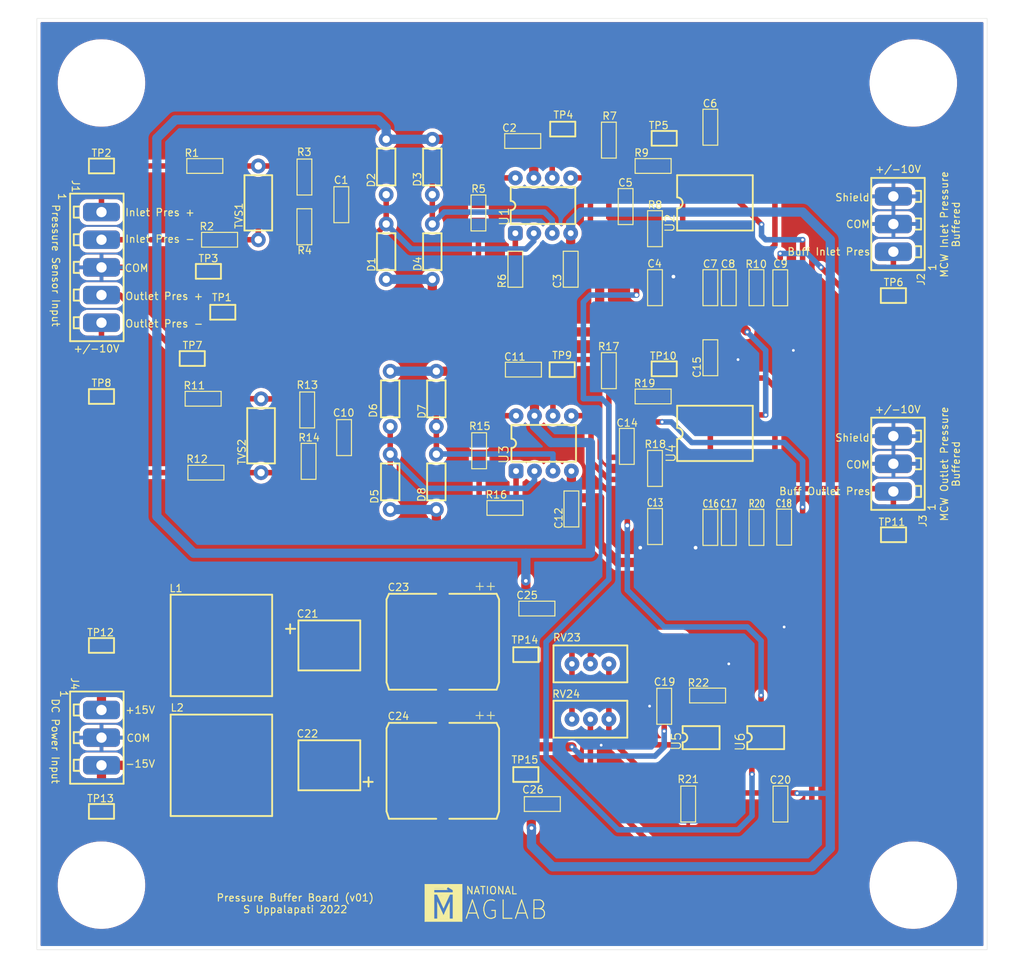
<source format=kicad_pcb>
(kicad_pcb (version 20211014) (generator pcbnew)

  (general
    (thickness 1.6)
  )

  (paper "A4")
  (title_block
    (title "Pressure Buffer Board")
    (date "10-11-2021")
    (rev "v01")
    (company "NHMFL")
    (comment 1 "Author: Sujana Uppalapati")
  )

  (layers
    (0 "F.Cu" signal)
    (31 "B.Cu" signal)
    (32 "B.Adhes" user "B.Adhesive")
    (33 "F.Adhes" user "F.Adhesive")
    (34 "B.Paste" user)
    (35 "F.Paste" user)
    (36 "B.SilkS" user "B.Silkscreen")
    (37 "F.SilkS" user "F.Silkscreen")
    (38 "B.Mask" user)
    (39 "F.Mask" user)
    (40 "Dwgs.User" user "User.Drawings")
    (41 "Cmts.User" user "User.Comments")
    (42 "Eco1.User" user "User.Eco1")
    (43 "Eco2.User" user "User.Eco2")
    (44 "Edge.Cuts" user)
    (45 "Margin" user)
    (46 "B.CrtYd" user "B.Courtyard")
    (47 "F.CrtYd" user "F.Courtyard")
    (48 "B.Fab" user)
    (49 "F.Fab" user)
  )

  (setup
    (pad_to_mask_clearance 0.0508)
    (solder_mask_min_width 0.1016)
    (pcbplotparams
      (layerselection 0x00010f0_ffffffff)
      (disableapertmacros false)
      (usegerberextensions true)
      (usegerberattributes true)
      (usegerberadvancedattributes true)
      (creategerberjobfile true)
      (svguseinch false)
      (svgprecision 6)
      (excludeedgelayer true)
      (plotframeref false)
      (viasonmask false)
      (mode 1)
      (useauxorigin false)
      (hpglpennumber 1)
      (hpglpenspeed 20)
      (hpglpendiameter 15.000000)
      (dxfpolygonmode true)
      (dxfimperialunits true)
      (dxfusepcbnewfont true)
      (psnegative false)
      (psa4output false)
      (plotreference true)
      (plotvalue false)
      (plotinvisibletext false)
      (sketchpadsonfab false)
      (subtractmaskfromsilk false)
      (outputformat 1)
      (mirror false)
      (drillshape 0)
      (scaleselection 1)
      (outputdirectory "Gerbers/")
    )
  )

  (net 0 "")
  (net 1 "Net-(C1-Pad1)")
  (net 2 "Net-(C1-Pad2)")
  (net 3 "GND")
  (net 4 "+15V")
  (net 5 "-15V")
  (net 6 "Net-(C4-Pad1)")
  (net 7 "Net-(C5-Pad2)")
  (net 8 "Net-(C5-Pad1)")
  (net 9 "Net-(C8-Pad1)")
  (net 10 "Net-(C9-Pad2)")
  (net 11 "Net-(C9-Pad1)")
  (net 12 "Net-(C14-Pad2)")
  (net 13 "Net-(C14-Pad1)")
  (net 14 "Net-(C17-Pad1)")
  (net 15 "Net-(C18-Pad2)")
  (net 16 "Net-(C18-Pad1)")
  (net 17 "Net-(C10-Pad1)")
  (net 18 "Net-(C10-Pad2)")
  (net 19 "Net-(C13-Pad1)")
  (net 20 "Net-(J1-Pad5)")
  (net 21 "Net-(J1-Pad4)")
  (net 22 "Net-(J1-Pad2)")
  (net 23 "Net-(J1-Pad1)")
  (net 24 "Net-(R5-Pad2)")
  (net 25 "Net-(R5-Pad1)")
  (net 26 "Net-(R6-Pad1)")
  (net 27 "Net-(R7-Pad2)")
  (net 28 "Net-(J4-Pad1)")
  (net 29 "Net-(R16-Pad1)")
  (net 30 "Net-(J4-Pad3)")
  (net 31 "Net-(R15-Pad1)")
  (net 32 "Net-(R15-Pad2)")
  (net 33 "Net-(R17-Pad2)")
  (net 34 "Net-(R21-Pad1)")
  (net 35 "/Offset1")
  (net 36 "/Offset2")
  (net 37 "/Ref1")
  (net 38 "/Ref2")
  (net 39 "Net-(R22-Pad2)")
  (net 40 "unconnected-(U5-Pad6)")

  (footprint "KiCAD Library_SU:MCV_5Pin_1803455" (layer "F.Cu") (at 76.2 54.61 -90))

  (footprint "KiCAD Library_SU:TestPoint_RCW-0C_SMD" (layer "F.Cu") (at 76.2 80.01))

  (footprint "ap_Connector_Phoenix:MCV_3Pin_1803439" (layer "F.Cu") (at 76.2 123.19 -90))

  (footprint "KiCAD Library_SU:TestPoint_RCW-0C_SMD" (layer "F.Cu") (at 76.2 114.3))

  (footprint "KiCAD Library_SU:TestPoint_RCW-0C_SMD" (layer "F.Cu") (at 76.2 48.26))

  (footprint "KiCAD Library_SU:D_300" (layer "F.Cu") (at 115.3942 52.205576 90))

  (footprint "KiCAD Library_SU:D_300" (layer "F.Cu") (at 115.3942 63.874336 90))

  (footprint "ap_Resistor_SMD:R_1206" (layer "F.Cu") (at 133.1742 60.96 -90))

  (footprint "ap_Resistor_SMD:R_1206" (layer "F.Cu") (at 104.14 48.26 -90))

  (footprint "ap_Resistor_SMD:R_1206" (layer "F.Cu") (at 93.98 58.42 180))

  (footprint "ap_Cap_SMD:C_1206" (layer "F.Cu") (at 135.7142 44.824336 180))

  (footprint "KiCAD Library_SU:TestPoint_RCW-0C_SMD" (layer "F.Cu") (at 185.218502 66.110523))

  (footprint "KiCAD Library_SU:TestPoint_RCW-0C_SMD" (layer "F.Cu") (at 90.919333 62.77751))

  (footprint "KiCAD Library_SU:C_Electrolytic_SMD_EMVY101ARA101MKE0S" (layer "F.Cu") (at 123.19 109.22))

  (footprint "KiCAD Library_SU:C_Tant_3024" (layer "F.Cu") (at 104.648 114.3 90))

  (footprint "ap_Resistor_SMD:R_1206" (layer "F.Cu") (at 91.948 48.26 180))

  (footprint "KiCAD Library_SU:D_400" (layer "F.Cu") (at 97.79 48.26 -90))

  (footprint "ap_Resistor_SMD:R_1206" (layer "F.Cu") (at 104.132526 58.154278 90))

  (footprint "ap_Cap_SMD:C_1206" (layer "F.Cu") (at 109.22 52.07 -90))

  (footprint "ap_DIP_Thru:DIP08_Thru" (layer "F.Cu") (at 133.1742 57.524336))

  (footprint "ap_Resistor_SMD:R_1206" (layer "F.Cu") (at 128.0942 56.254336 90))

  (footprint "KiCAD Library_SU:D_300" (layer "F.Cu") (at 121.7442 63.874336 90))

  (footprint "KiCAD Library_SU:D_300" (layer "F.Cu") (at 121.7442 52.205576 90))

  (footprint "KiCAD Library_SU:TestPoint_RCW-0C_SMD" (layer "F.Cu") (at 139.7 43.18))

  (footprint "ap_Cap_SMD:C_1206" (layer "F.Cu") (at 140.7942 60.96 -90))

  (footprint "ap_Cap_SMD:C_1206" (layer "F.Cu") (at 152.4 63.5 -90))

  (footprint "ap_Cap_SMD:C_1206" (layer "F.Cu") (at 162.56 63.5 -90))

  (footprint "ap_Cap_SMD:C_1206" (layer "F.Cu") (at 169.642817 66.564876 90))

  (footprint "ap_Resistor_SMD:R_1206" (layer "F.Cu") (at 150.622 48.26))

  (footprint "ap_Resistor_SMD:R_1206" (layer "F.Cu") (at 166.37 63.5 -90))

  (footprint "ap_Resistor_SMD:R_1206" (layer "F.Cu") (at 152.4 58.42 90))

  (footprint "ap_Cap_SMD:C_1206" (layer "F.Cu") (at 160.02 63.5 -90))

  (footprint "ap_Cap_SMD:C_1206" (layer "F.Cu") (at 160.02 44.45 90))

  (footprint "KiCAD Library_SU:SOIC_W-16" (layer "F.Cu") (at 156.21 58.42))

  (footprint "ap_Cap_SMD:C_1206" (layer "F.Cu") (at 169.672 134.62 -90))

  (footprint "ap_Cap_SMD:C_1206" (layer "F.Cu") (at 148.356771 55.376393 90))

  (footprint "ap_Resistor_SMD:R_1206" (layer "F.Cu") (at 146.05 46.228 90))

  (footprint "ap_Cap_SMD:C_1206" (layer "F.Cu") (at 148.521758 88.40411 90))

  (footprint "KiCAD Library_SU:TestPoint_RCW-0C_SMD" (layer "F.Cu") (at 139.621027 76.309991))

  (footprint "ap_DIP_Thru:DIP08_Thru" (layer "F.Cu") (at 133.271027 90.279991))

  (footprint "ap_Cap_SMD:C_1206" (layer "F.Cu") (at 135.811027 76.309991 180))

  (footprint "KiCAD Library_SU:D_300" (layer "F.Cu") (at 122.298825 84.15142 90))

  (footprint "KiCAD Library_SU:D_300" (layer "F.Cu") (at 122.298825 95.58142 90))

  (footprint "KiCAD Library_SU:D_300" (layer "F.Cu") (at 115.948825 95.58142 90))

  (footprint "KiCAD Library_SU:D_300" (layer "F.Cu") (at 115.948825 84.15142 90))

  (footprint "ap_Resistor_SMD:R_1206" (layer "F.Cu") (at 128.191027 89.009991 90))

  (footprint "ap_Resistor_SMD:R_1206" (layer "F.Cu") (at 133.271027 95.359991 180))

  (footprint "ap_Cap_SMD:C_1206" (layer "F.Cu") (at 109.598825 84.15142 -90))

  (footprint "ap_Cap_SMD:C_1206" (layer "F.Cu") (at 140.891027 93.98 -90))

  (footprint "KiCAD Library_SU:D_400" (layer "F.Cu") (at 98.168825 80.34142 -90))

  (footprint "ap_Resistor_SMD:R_1206" (layer "F.Cu") (at 146.05 77.978 90))

  (footprint "KiCAD Library_SU:TestPoint_RCW-0C_SMD" (layer "F.Cu") (at 88.696187 74.780045))

  (footprint "ap_Resistor_SMD:R_1206" (layer "F.Cu") (at 91.722844 80.32267 180))

  (footprint "ap_Resistor_SMD:R_1206" (layer "F.Cu") (at 104.518825 80.34142 -90))

  (footprint "ap_Resistor_SMD:R_1206" (layer "F.Cu") (at 92.100256 90.50142 180))

  (footprint "ap_Resistor_SMD:R_1206" (layer "F.Cu") (at 104.71312 87.419085 -90))

  (footprint "ap_SOIC:SOIC-8" (layer "F.Cu") (at 156.845 129.8575))

  (footprint "ap_Cap_SMD:C_1206" (layer "F.Cu") (at 153.67 124.206 90))

  (footprint "ap_SOIC:SOIC-8" (layer "F.Cu") (at 165.735 129.8575))

  (footprint "ap_Resistor_SMD:R_1206" (layer "F.Cu") (at 156.972 134.62 -90))

  (footprint "ap_Resistor_SMD:R_1206" (layer "F.Cu") (at 161.163 121.199421 180))

  (footprint "KiCAD Library_SU:Bourns_3296W" (layer "F.Cu") (at 146.05 116.84 180))

  (footprint "KiCAD Library_SU:C_Electrolytic_SMD_EMVY101ARA101MKE0S" (layer "F.Cu") (at 123.19 127))

  (footprint "ap_Cap_SMD:C_1206" (layer "F.Cu") (at 138.415664 136.149177 180))

  (footprint "ap_Cap_SMD:C_1206" (layer "F.Cu") (at 134.62 109.22))

  (footprint "KiCAD Library_SU:TestPoint_RCW-0C_SMD" (layer "F.Cu") (at 76.2 137.16))

  (footprint "KiCAD Library_SU:TestPoint_RCW-0C_SMD" (layer "F.Cu") (at 134.62 132.08))

  (footprint "KiCAD Library_SU:TestPoint_RCW-0C_SMD" (layer "F.Cu") (at 134.62 115.57))

  (footprint "KiCAD Library_SU:220uH_HDS124-221MTR" (layer "F.Cu") (at 87.63 130.81 90))

  (footprint "KiCAD Library_SU:C_Tant_3024" (layer "F.Cu") (at 110.49 130.81 -90))

  (footprint "KiCAD Library_SU:Bourns_3296W" (layer "F.Cu") (at 146.05 124.46 180))

  (footprint "KiCAD Library_SU:TestPoint_RCW-0C_SMD" (layer "F.Cu") (at 153.67 44.45 180))

  (footprint "ap_Cap_SMD:C_1206" (layer "F.Cu") (at 152.407613 96.396645 -90))

  (footprint "ap_Cap_SMD:C_1206" (layer "F.Cu") (at 170.18 99.53149 90))

  (footprint "ap_Resistor_SMD:R_1206" (layer "F.Cu") (at 150.622 80.01))

  (footprint "ap_Resistor_SMD:R_1206" (layer "F.Cu") (at 152.4 91.44 90))

  (footprint "ap_Cap_SMD:C_1206" (layer "F.Cu") (at 162.56 96.52 -90))

  (footprint "ap_Cap_SMD:C_1206" (layer "F.Cu") (at 160.02 96.52 -90))

  (footprint "ap_Resistor_SMD:R_1206" (layer "F.Cu") (at 166.37 96.52 -90))

  (footprint "ap_Cap_SMD:C_1206" (layer "F.Cu") (at 160.02 76.2 90))

  (footprint "KiCAD Library_SU:TestPoint_RCW-0C_SMD" (layer "F.Cu") (at 185.238084 99.054319))

  (footprint "KiCAD Library_SU:TestPoint_RCW-0C_SMD" (layer "F.Cu") (at 153.67 76.2))

  (footprint "KiCAD Library_SU:SOIC_W-16" (layer "F.Cu") (at 156.21 90.17))

  (footprint "KiCAD Library_SU:220uH_HDS124-221MTR" (layer "F.Cu") (at 87.63 114.3 90))

  (footprint "ap_Connector_Phoenix:MCV_3Pin_1803439" (layer "F.Cu") (at 185.217386 93.088938 90))

  (footprint "ap_Connector_Phoenix:MCV_3Pin_1803439" (layer "F.Cu") (at 185.217386 60.068938 90))

  (footprint "KiCAD Library_SU:TestPoint_RCW-0C_SMD" (layer "F.Cu") (at 92.898905 68.409047))

  (footprint "ap_Pad_Hole:125_Hole_Iso" (layer "F.Cu") (at 187.96 147.32))

  (footprint "ap_Pad_Hole:125_Hole_Iso" (layer "F.Cu") (at 187.96 36.83))

  (footprint "ap_PCB_Misc:Maglab_Logo" (layer "F.Cu")
    (tedit 5F3FD4DC) (tstamp 8f21bc00-1448-43f5-a80c-a3d4e08ce7ff)
    (at 120.745 152.305)
    (property "Sheetfile" "Pressure buffer board.kicad_sch")
    (property "Sheetname" "")
    (path "/137dfbf7-b599-4488-8489-33cdbdac6848")
    (attr smd)
    (fp_text reference "M1" (at 2.057396 3.134364) (layer "F.SilkS") hide
      (effects (font (size 1 1) (thickness 0.15)))
      (tstamp 8316aca4-1483-4e3f-9177-2bf79ebac80b)
    )
    (fp_text value "MAGLAB_LOGO_1_2" (at 2.62382 1.36652) (layer "F.Fab") hide
      (effects (font (size 1 1) (thickness 0.15)))
      (tstamp 7b42e6e9-c4e2-4240-a767-33277e6a3853)
    )
    (fp_text user "NATIONAL" (at 9.144 -4.2545) (layer "F.SilkS")
      (effects (font (size 1.016 1.016) (thickness 0.15)))
      (tstamp 6335953c-b1d7-47a9-902c-6fe65bb1d225)
    )
    (fp_text user "AGLAB" (at 11.176 -1.5875) (layer "F.SilkS")
      (effects (font (size 2.54 2.54) (thickness 0.15)))
      (tstamp dc344f66-e288-41c9-8673-f4eca1ddfc7e)
    )
    (fp_line (start 3.37312 -2.56794) (end 3.37058 -2.56286) (layer "F.SilkS") (width 0.01016) (tstamp 024ffd07-2136-4098-93ab-d66557ff5887))
    (fp_line (start 3.29692 -3.68554) (end 1.88468 -3.66522) (layer "F.SilkS") (width 0.127) (tstamp 05c559ef-a9c8-4a98-a1de-51552dd51d77))
    (fp_line (start 3.3528 -4.8006) (end 3.81 -4.6482) (layer "F.SilkS") (width 0.12) (tstamp 07ba6cb9-0652-4d37-88fe-6f519c384e83))
    (fp_line (start 2.9718 -1.3716) (end 2.794 -0.8382) (layer "F.SilkS") (width 0.12) (tstamp 0a2d157f-833c-4c5f-97e9-87eb180cad22))
    (fp_line (start 3.3528 -2.49936) (end 3.35026 -2.4638) (layer "F.SilkS") (width 0.01016) (tstamp 0af16e30-183e-4d11-9541-51c04bed738c))
    (fp_line (start 2.794 -4.445) (end 2.794 -4.826) (layer "F.SilkS") (width 0.2032) (tstamp 0bec4f17-a8a0-432d-a6ff-35b28dcab29f))
    (fp_line (start 4.318 -0.381) (end 4.318 -4.7625) (layer "F.SilkS") (width 0.12) (tstamp 0c0fca6e-6df8-41a7-839d-8cde8304bf54))
    (fp_line (start 2.64414 -3.27406) (end 2.47396 -3.26644) (layer "F.SilkS") (width 0.127) (tstamp 0f75c0fd-f900-4c16-84e5-a632aca805d4))
    (fp_line (start 1.88468 -3.66522) (end 2.55524 -2.12852) (layer "F.SilkS") (width 0.127) (tstamp 0f96dda4-3b5e-4648-9a1c-69dda758062f))
    (fp_line (start 0.254 -0.254) (end 0.254 -4.953) (layer "F.SilkS") (width 0.12) (tstamp 10d7cc7a-93c6-4f24-9be8-4c1ca5101111))
    (fp_line (start 1.65862 -3.71856) (end 1.66878 -3.68808) (layer "F.SilkS") (width 0.0508) (tstamp 1156b708-1be0-4a5b-ba1b-16d7ecf0c977))
    (fp_line (start 3.0734 -1.7018) (end 2.667 -0.7874) (layer "F.SilkS") (width 0.12) (tstamp 149d5300-f0a2-4938-be54-ec48f326d373))
    (fp_line (start 0.254 -4.953) (end 0.381 -4.826) (layer "F.SilkS") (width 0.12) (tstamp 14b4997c-5eb6-4145-88a0-c06663e27009))
    (fp_line (start 4.8514 -0.3302) (end 4.826 -4.826) (layer "F.SilkS") (width 0.12) (tstamp 15058136-5bcb-41dd-b2cc-e4ca30a70b77))
    (fp_line (start 2.8448 -4.445) (end 2.8956 -4.3942) (layer "F.SilkS") (width 0.12) (tstamp 17a60db0-b93b-418d-b143-7aeadf8eeafc))
    (fp_line (start 3.42646 -3.72364) (end 3.37566 -3.69316) (layer "F.SilkS") (width 0.0508) (tstamp 17f31840-1bf5-41da-9e72-411ae98b6f32))
    (fp_line (start 0.762 -0.254) (end 0.762 -4.826) (layer "F.SilkS") (width 0.508) (tstamp 18711d3b-2891-4c7f-8d9b-7f0e0e79c825))
    (fp_line (start 3.31978 -2.46888) (end 3.3274 -2.46634) (layer "F.SilkS") (width 0.01016) (tstamp 1c82a946-4363-4da4-be89-47aae15b6fb7))
    (fp_line (start 1.7018 -2.1844) (end 1.7018 -2.5908) (layer "F.SilkS") (width 0.0508) (tstamp 1c946ab8-c538-461e-97b1-476dc609b003))
    (fp_line (start 1.7526 -2.413) (end 2.7178 -0.3556) (layer "F.SilkS") (width 0.12) (tstamp 1dcb5ece-9a30-43ad-a9ac-833251c970de))
    (fp_line (start 0.127 -4.953) (end 0.127 -0.127) (layer "F.SilkS") (width 0.254) (tstamp 248d4289-ceac-439c-bf28-7cf424a4f9bf))
    (fp_line (start 3.302 -2.1336) (end 3.3274 -2.3114) (layer "F.SilkS") (width 0.12) (tstamp 2898376b-4703-4adb-837a-fb12f0f19b06))
    (fp_line (start 4.953 -0.127) (end 4.953 -4.953) (layer "F.SilkS") (width 0.254) (tstamp 2b4a63a9-af0c-4fe6-87a4-9dfe188d1129))
    (fp_line (start 4.0005 -3.7465) (end 1.143 -3.7465) (layer "F.SilkS") (width 0.12) (tstamp 2b790091-c393-4a49-886d-9458db128376))
    (fp_line (start 1.27 -4.445) (end 2.794 -4.445) (layer "F.SilkS") (width 0.254) (tstamp 2bda5c7a-8774-4a12-80ea-1857b882b149))
    (fp_line (start 4.572 -0.381) (end 4.572 -4.826) (layer "F.SilkS") (width 0.508) (tstamp 2c26035e-91c9-4bcd-82d1-3839c9acebac))
    (fp_line (start 1.68148 -2.61366) (end 1.68148 -2.71526) (layer "F.SilkS") (width 0.01016) (tstamp 2c5ab928-9f33-43b7-a366-4a63eeb08d4c))
    (fp_line (start 1.8034 -2.1336) (end 1.7526 -2.286) (layer "F.SilkS") (width 0.12) (tstamp 2ca10168-3593-4242-ab00-798cec8a2cff))
    (fp_line (start 3.37566 -3.69316) (end 2.54254 -1.89738) (layer "F.SilkS") (width 0.0508) (tstamp 2d1694e4-ebcb-44b6-ada6-ec84d60eb035))
    (fp_line (start 3.38836 -2.63906) (end 3.38836 -2.55778) (layer "F.SilkS") (width 0.01016) (tstamp 2d8229c1-f97f-4a81-9360-5006980b05df))
    (fp_line (start 1.66878 -3.68808) (end 2.54254 -1.82118) (layer "F.SilkS") (width 0.0508) (tstamp 2d856d9d-dae8-4fc4-a925-3a4980e440e1))
    (fp_line (start 3.81 -4.572) (end 3.3528 -4.8006) (layer "F.SilkS") (width 0.12) (tstamp 31d22278-d05a-40dd-9515-4d5e152611ad))
    (fp_line (start 2.413 -0.7366) (end 2.1336 -0.8128) (layer "F.SilkS") (width 0.12) (tstamp 338e5f8f-c543-40d0-b43d-5d0c6b1cb552))
    (fp_line (start 2.55778 -2.34188) (end 3.03022 -3.53822) (layer "F.SilkS") (width 0.127) (tstamp 3405285f-a3d1-478b-ac02-2d6a66cb9620))
    (fp_line (start 1.905 -1.9558) (end 1.8796 -1.7526) (layer "F.SilkS") (width 0.12) (tstamp 341a8005-23f5-4b48-8057-71171f5678f5))
    (fp_line (start 0 -5.08) (end 0 0) (layer "F.SilkS") (width 0.12) (tstamp 35b7ff76-a68c-4893-9786-408ab8e29638))
    (fp_line (start 3.39852 -2.54) (end 3.39852 -2.71018) (layer "F.SilkS") (width 0.01016) (tstamp 376d338d-6d91-4ced-a772-ff7dc993eab5))
    (fp_line (start 3.1496 -4.8768) (end 3.8354 -4.445) (layer "F.SilkS") (width 0.12) (tstamp 37a4def7-8ab2-4aa0-8039-8e4759bccb92))
    (fp_line (start 2.8956 -1.016) (end 3.2258 -2.032) (layer "F.SilkS") (width 0.12) (tstamp 3826646f-c3c3-43de-b83d-c1a988965cd6))
    (fp_line (start 1.6891 -2.68732) (end 1.70688 -2.63906) (layer "F.SilkS") (width 0.01016) (tstamp 38461f1b-0cf4-41d6-a3da-4003d561f6a5))
    (fp_line (start 2.76352 -3.3655) (end 2.35204 -3.31978) (layer "F.SilkS") (width 0.127) (tstamp 3acc5158-6dce-49e8-ae8a-bf258b7f967c))
    (fp_line (start 4.064 -0.381) (end 4.064 -4.826) (layer "F.SilkS") (width 0.508) (tstamp 425951db-8615-4c1d-84cb-db05d765eb87))
    (fp_line (start 1.6891 -2.63652) (end 1.6891 -2.68732) (layer "F.SilkS") (width 0.01016) (tstamp 42e4782a-bdb8-43b5-b0df-080b8dbf8aa4))
    (fp_line (start 2.7432 -4.6228) (end 2.6416 -4.5466) (layer "F.SilkS") (width 0.12) (tstamp 43ad7c04-52f5-4295-8de9-3de23166c5b3))
    (fp_line (start 1.143 -4.826) (end 2.667 -4.826) (layer "F.SilkS") (width 0.12) (tstamp 471487bc-b7b6-42af-b282-efef2cda0a24))
    (fp_line (start 3.3274 -2.413) (end 2.3368 -0.2794) (layer "F.SilkS") (width 0.12) (tstamp 4f942df2-1253-4118-a50e-f938942ca691))
    (fp_line (start 3.81 -4.6482) (end 3.81 -4.7244) (layer "F.SilkS") (width 0.12) (tstamp 506840a3-5e1f-4bd7-af89-58044d809915))
    (fp_line (start 3.37058 -2.56286) (end 3.33756 -2.47142) (layer "F.SilkS") (width 0.01016) (tstamp 5715d369-96a8-4105-b78f-be1f513f04a3))
    (fp_line (start 2.7432 -1.1684) (end 3.3274 -2.413) (layer "F.SilkS") (width 0.12) (tstamp 5936b20e-b6c5-417c-9cc9-12f9af08ad28))
    (fp_line (start 4.953 -4.953) (end 0.127 -4.953) (layer "F.SilkS") (width 0.254) (tstamp 5ab684b2-b2c9-4454-a56f-66a930ee7898))
    (fp_line (start 2.47396 -3.26644) (end 2.55778 -3.1369) (layer "F.SilkS") (width 0.127) (tstamp 5b9bd10d-037c-4f84-888e-909562e2b90b))
    (fp_line (start 3.3274 -2.46634) (end 3.37566 -2.59588) (layer "F.SilkS") (width 0.01016) (tstamp 5c094da6-fae2-46fb-9ea0-816a2b11b08a))
    (fp_line (start 2.54254 -2.5527) (end 2.89052 -3.45694) (layer "F.SilkS") (width 0.127) (tstamp 5eb9e161-9b49-4344-94b3-95f6465e4857))
    (fp_line (start 2.1336 -0.8128) (end 2.1082 -1.27) (layer "F.SilkS") (width 0.12) (tstamp 60048c7a-6d40-4e08-9a40-1a6b5d11de94))
    (fp_line (start 2.35204 -3.31978) (end 2.53746 -2.97434) (layer "F.SilkS") (width 0.127) (tstamp 605ccda3-21d8-40ee-89cc-685fcf2df526))
    (fp_line (start 3.38836 -2.55778) (end 3.38074 -2.56032) (layer "F.SilkS") (width 0.01016) (tstamp 60ae1704-402a-4113-8ea7-8dd7e3f8804e))
    (fp_line (start 1.143 -0.381) (end 1.143 -4.826) (layer "F.SilkS") (width 0.254) (tstamp 61462e82-8a1f-4ac3-8c92-0f5288499dac))
    (fp_line (start 0.381 -0.254) (end 0.762 -0.254) (layer "F.SilkS") (width 0.12) (tstamp 63e3fec0-ce35-424f-8b55-62752774e49a))
    (fp_line (start 1.69164 -2.65938) (end 1.69672 -2.6416) (layer "F.SilkS") (width 0.01016) (tstamp 647c5548-ed8a-46b9-ab2d-e4e127013554))
    (fp_line (start 1.143 -3.8735) (end 3.937 -3.8735) (layer "F.SilkS") (width 0.12) (tstamp 65756a2d-d99f-425c-a10d-4d4f4e69895a))
    (fp_line (start 3.37566 -2.63144) (end 3.37312 -2.6035) (layer "F.SilkS") (width 0.01016) (tstamp 65f11d93-822b-43f9-b74e-89e14e9707fd))
    (fp_line (start 3.37312 -2.6035) (end 3.31978 -2.46888) (layer "F.SilkS") (width 0.01016) (tstamp 6695e525-8230-4799-8487-917963dbba1a))
    (fp_line (start 3.1242 -0.762) (end 3.1242 -0.8382) (layer "F.SilkS") (width 0.12) (tstamp 66d518e0-07c6-4ecb-b1cd-84f723ddb407))
    (fp_line (start 3.28422 -2.44094) (end 3.28676 -2.4511) (layer "F.SilkS") (width 0.01016) (tstamp 677717ca-bb1a-44d5-acc8-dd8f373d8de2))
    (fp_line (start 5.08 -5.08) (end 0 -5.08) (layer "F.SilkS") (width 0.12) (tstamp 67db840c-dd41-431b-b512-72d1d768f1b6))
    (fp_line (start 5.08 0) (end 5.08 -5.08) (layer "F.SilkS") (width 0.12) (tstamp 684af4bd-e425-4ba0-bb6b-09d4d69c0145))
    (fp_line (start 0.508 -0.381) (end 0.508 -4.826) (layer "F.SilkS") (width 0.12) (tstamp 69a3c5a1-2be1-458b-820e-bd73b8408a86))
    (fp_line (start 3.8354 -4.8006) (end 3.4036 -4.8006) (layer "F.SilkS") (width 0.12) (tstamp 6c582092-ddad-4fa2-bc25-00cf0ce858b1))
    (fp_line (start 3.03022 -3.53822) (end 2.1209 -3.46202) (layer "F.SilkS") (width 0.127) (tstamp 6efd5ee0-7441-466a-a380-b58318337035))
    (fp_line (start 1.8034 -2.3876) (end 1.7018 -2.6162) (layer "F.SilkS") (width 0.0508) (tstamp 6fba7462-81e7-4324-b7f2-df65e355871a))
    (fp_line (start 3.429 -4.826) (end 3.8354 -4.8006) (layer "F.SilkS") (width 0.12) (tstamp 74d06c4d-0d8d-4b7d-a11a-2167407d2c29))
    (fp_line (start 1.016 -0.1905) (end 1.016 -4.8895) (layer "F.SilkS") (width 0.12) (tstamp 74fc9f4e-d2ec-4c3a-a29e-c8a15ec3ed4f))
    (fp_line (start 2.9464 -4.8768) (end 3.1496 -4.8768) (layer "F.SilkS") (width 0.12) (tstamp 756bd2b4-6f05-475d-a513-ec62fd4707ba))
    (fp_line (start 3.937 -4.0005) (end 3.8735 -3.937) (layer "F.SilkS") (width 0.12) (tstamp 77c40325-1992-4a21-9daa-26db322f507f))
    (fp_line (start 3.29946 -2.45872) (end 3.31216 -2.47142) (layer "F.SilkS") (width 0.01016) (tstamp 791ebec8-527e-47bb-b84e-82f666185c25))
    (fp_line (start 1.2065 -3.81) (end 4.0005 -3.81) (layer "F.SilkS") (width 0.12) (tstamp 794e1051-9aa6-44b7-85f6-2bf2d26ffc31))
    (fp_line (start 3.8862 -4.318) (end 2.9464 -4.8768) (layer "F.SilkS") (width 0.12) (tstamp 7ca2d483-6063-4952-8ec6-bdac16055612))
    (fp_line (start 1.7272 -2.4638) (end 1.7272 -2.4892) (layer "F.SilkS") (width 0.0508) (tstamp 7d6f6867-709a-43f7-9989-8658306b5c97))
    (fp_line (start 3.38074 -2.6543) (end 3.38582 -2.66954) (layer "F.SilkS") (width 0.01016) (tstamp 7df1273a-9542-4c83-8e3b-513e91e46f92))
    (fp_line (start 2.5273 -2.76098) (end 2.76352 -3.3655) (layer "F.SilkS") (width 0.127) (tstamp 7ea77534-abbc-4a80-bdd3-0181087d8bed))
    (fp_line (start 3.3782 -2.159) (end 3.3782 -2.54) (layer "F.SilkS") (width 0.0508) (tstamp 823f0f39-32f7-460c-bf44-2d80a96e2232))
    (fp_line (start 2.54254 -1.89738) (end 1.71704 -3.70078) (layer "F.SilkS") (width 0.0508) (tstamp 84da1209-61a7-4d91-9f88-7ad348a3e153))
    (fp_line (start 3.302 -0.381) (end 3.302 -2.159) (layer "F.SilkS") (width 0.2032) (tstamp 88fb6ee2-9130-4a6e-ac74-17c04cb9b7f6))
    (fp_line (start 3.175 -0.3556) (end 3.175 -1.8288) (layer "F.SilkS") (width 0.2032) (tstamp 8b8b6907-e5bb-4a05-bc68-dea55f774fff))
    (fp_line (start 1.2065 -3.937) (end 1.2065 -3.81) (layer "F.SilkS") (width 0.12) (tstamp 8bbdd24d-89e5-453e-8d7f-1d84d64926e8))
    (fp_line (start 2.55524 -2.12852) (end 3.1623 -3.62458) (layer "F.SilkS") (width 0.127) (tstamp 8c508d1c-ebdb-44dd-8d5c-bbfc770d2fc9))
    (fp_line (start 3.0988 -0.508) (end 3.0988 -0.6858) (layer "F.SilkS") (width 0.12) (tstamp 8d1504f3-d37c-4912-ba0c-68796dc83c16))
    (fp_line (start 3.048 -0.7874) (end 3.0734 -1.7018) (layer "F.SilkS") (width 0.12) (tstamp 8e266a57-9c31-4922-be1a-b97b673a2895))
    (fp_line (start 3.0988 -0.6858) (end 2.0066 -0.6858) (layer "F.SilkS") (width 0.12) (tstamp 8f5988de-971b-4f99-b50c-d22b03c60ae6))
    (fp_line (start 1.68148 -2.71526) (end 1.75768 -2.53746) (layer "F.SilkS") (width 0.01016) (tstamp 8f75e4c5-9c5c-4386-8b57-81df4a53784e))
    (fp_line (start 2.89052 -3.45694) (end 2.2352 -3.37312) (layer "F.SilkS") (width 0.127) (tstamp 8f770b7e-54c5-402b-8b19-52c4f3a33de0))
    (fp_line (start 1.70688 -2.63906) (end 1.69164 -2.65938) (layer "F.SilkS") (width 0.01016) (tstamp 91af5e51-610f-4798-84d6-52cbdacf68fc))
    (fp_line (start 3.38074 -2.56032) (end 3.38074 -2.6543) (layer "F.SilkS") (width 0.01016) (tstamp 927a2091-cdfc-4ba5-9b07-145f603bdb53))
    (fp_line (start 3.39852 -2.71018) (end 3.38836 -2.63906) (layer "F.SilkS") (width 0.01016) (tstamp 93d2eb18-2159-4f15-b9a7-db15a1785c38))
    (fp_line (start 2.54254 -1.82118) (end 3.42646 -3.72364) (layer "F.SilkS") (width 0.0508) (tstamp 94d59280-2c61-460d-b38a-c7cf3bb23ff4))
    (fp_line (start 2.667 -0.7874) (end 2.9718 -0.8128) (layer "F.SilkS") (width 0.12) (tstamp 9797b8a6-78f6-4a18-8d2b-ecfe7065df59))
    (fp_line (start 2.286 -0.8128) (end 2.1844 -0.889) (layer "F.SilkS") (width 0.12) (tstamp 997d4c99-c033-438d-8d84-87c9598573d4))
    (fp_line (start 2.1082 -1.27) (end 2.286 -0.8128) (layer "F.SilkS") (width 0.12) (tstamp 9ce4a599-50fd-41f3-a2be-28d201e976e6))
    (fp_line (start 3.0988 -4.9022) (end 2.8956 -4.7244) (layer "F.SilkS") (width 0.12) (tstamp 9d857293-18b4-44dc-860f-fa1085e62e57))
    (fp_line (start 3.31216 -2.47142) (end 3.37566 -2.63144) (layer "F.SilkS") (width 0.01016) (tstamp a17bc365-0ef7-4aed-99bb-d671c23e579c))
    (fp_line (start 1.778 -0.381) (end 1.778 -2.159) (layer "F.SilkS") (width 0.2032) (tstamp a240c4e5-c171-43b6-9cc3-f439ad1fe915))
    (fp_line (start 0.381 -4.826) (end 0.381 -0.254) (layer "F.SilkS") (width 0.508) (tstamp a31a7ead-fc4c-4763-9501-6a03db296781))
    (fp_line (start 2.2352 -3.37312) (end 2.5273 -2.76098) (layer "F.SilkS") (width 0.127) (tstamp a66277c2-567f-4caf-b295-a872a6d7ee59))
    (fp_line (start 2.794 -0.8382) (end 2.8702 -0.8382) (layer "F.SilkS") (width 0.12) (tstamp a73da787-84fe-4f19-bf9f-be70f2f603a8))
    (fp_line (start 4.0005 -3.81) (end 4.0005 -3.7465) (layer "F.SilkS") (width 0.12) (tstamp acdc21b4-24bc-4527-b851-79d7015207ec))
    (fp_line (start 2.00914 -3.57124) (end 2.55778 -2.34188) (layer "F.SilkS") (width 0.127) (tstamp af1c3ac1-434b-490d-8233-c46de3537269))
    (fp_line (start 3.28676 -2.4511) (end 3.39852 -2.71018) (layer "F.SilkS") (width 0.01016) (tstamp b3bbcfb4-c0f1-4e4a-b192-ce33597aff84))
    (fp_line (start 1.76784 -3.7084) (end 2.55016 -1.98374) (layer "F.SilkS") (width 0.127) (tstamp b3f2a39b-78df-4476-bc66-5c0b9e66844d))
    (fp_line (start 2.8702 -0.8382) (end 2.8956 -1.016) (layer "F.SilkS") (width 0.12) (tstamp b4718fa1-1071-4e9d-93b3-6b8ab0de313b))
    (fp_line (start 3.37566 -2.59588) (end 3.37312 -2.56794) (layer "F.SilkS") (width 0.01016) (tstamp b7a59038-a69d-4eab-a2d0-7efcae462098))
    (fp_line (start 2.53746 -2.97434) (end 2.64414 -3.27406) (layer "F.SilkS") (width 0.127) (tstamp ba5131d7-9290-4873-a031-9dc111bf57e6))
    (fp_line (start 0.127 -0.127) (end 4.953 -0.127) (layer "F.SilkS") (width 0.254) (tstamp bda29603-4e6e-4ac1-9c9d-2c9104044ab7))
    (fp_line (start 3.33756 -2.47142) (end 3.34518 -2.4638) (layer "F.SilkS") (width 0.01016) (tstamp bfc21082-f131-4213-8d12-8834aa78141e))
    (fp_line (start 3.12674 -4.33324) (end 3.08102 -4.36118) (layer "F.SilkS") (width 0.0254) (tstamp c19b086b-5997-47bb-808a-e01522a73360))
    (fp_line (start 3.34518 -2.4638) (end 3.3528 -2.49936) (layer "F.SilkS") (width 0.01016) (tstamp c3862e7e-0fd7-40d0-9633-907eb2267b10))
    (fp_line (start 2.0066 -0.508) (end 3.0988 -0.508) (layer "F.SilkS") (width 0.3048) (tstamp c38ef3dc-61a5-4350-9b6b-fac05d0b67d2))
    (fp_line (start 3.937 -3.8735) (end 3.937 -4.0005) (layer "F.SilkS") (width 0.12) (tstamp c96b6c86-bed6-4107-a48c-72826f128654))
    (fp_line (start 3.8354 -4.445) (end 3.81 -4.572) (layer "F.SilkS") (width 0.12) (tstamp cbb151c2-1ab9-4265-a51d-dc53e6cad250))
    (fp_line (start 0 0) (end 5.08 0) (layer "F.SilkS") (width 0.12) (tstamp cc9aa1ad-abc7-477d-8fc7-94d9cda04e3b))
    (fp_line (start 1.9558 -0.3556) (end 1.9558 -1.7018) (layer "F.SilkS") (width 0.1778) (tstamp cdeac679-30fa-49c7-8f83-f9e279ccb88b))
    (fp_line (start 3.0734 -4.3434) (end 2.8702 -4.4704) (layer "F.SilkS") (width 0.0508) (tstamp cf3d2b19-a545-4c94-987c-4d21e150dead))
    (fp_line (start 3.0734 -4.3434) (end 2.794 -4.3434) (layer "F.SilkS") (width 0.0508) (t
... [979589 chars truncated]
</source>
